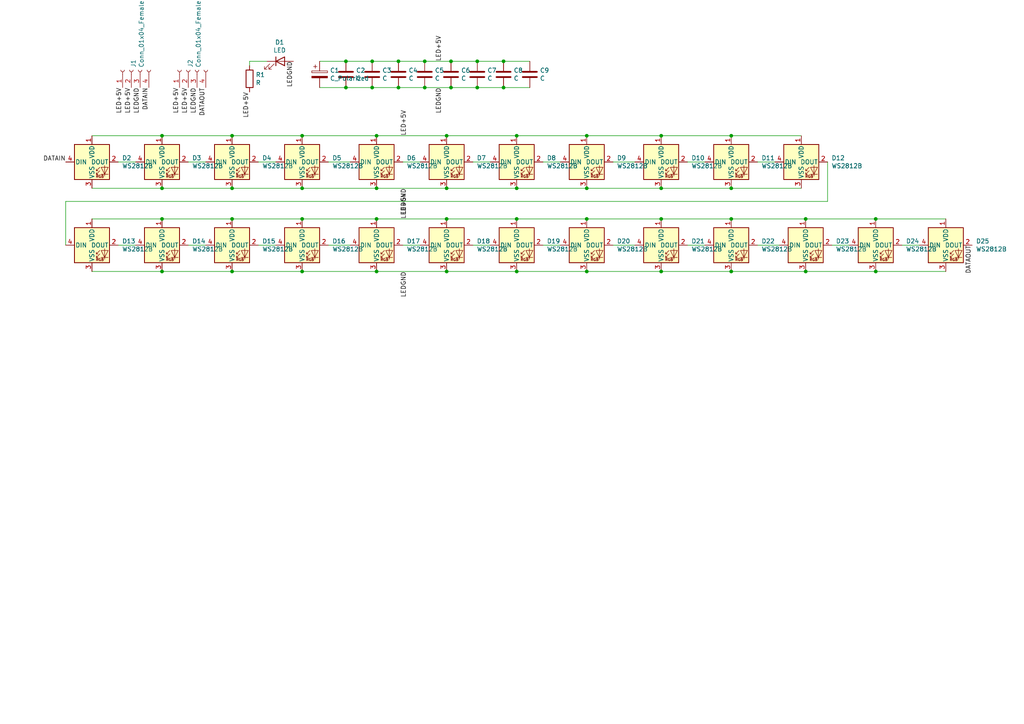
<source format=kicad_sch>
(kicad_sch (version 20211123) (generator eeschema)
  (paper "A4")
  (title_block (title "LDG WING FOLD PLACARD") (date "2023-02-10") (rev "3"))
  (lib_symbols
    (symbol "Connector:Conn_01x04_Female" (pin_names (offset 1.016) hide)
      (property "Reference" "J" (at 0 5.08 0))
      (property "Value" "Conn_01x04_Female" (at 0 -7.62 0))
      (symbol "Conn_01x04_Female_1_1"
        (arc (start 0 -4.572) (mid -0.508 -5.08) (end 0 -5.588) (stroke (width 0.1524)))
        (arc (start 0 -2.032) (mid -0.508 -2.54) (end 0 -3.048) (stroke (width 0.1524)))
        (polyline (pts (xy -1.27 -5.08) (xy -0.508 -5.08)) (stroke (width 0.1524)))
        (polyline (pts (xy -1.27 -2.54) (xy -0.508 -2.54)) (stroke (width 0.1524)))
        (polyline (pts (xy -1.27 0) (xy -0.508 0)) (stroke (width 0.1524)))
        (polyline (pts (xy -1.27 2.54) (xy -0.508 2.54)) (stroke (width 0.1524)))
        (arc (start 0 0.508) (mid -0.508 0) (end 0 -0.508) (stroke (width 0.1524)))
        (arc (start 0 3.048) (mid -0.508 2.54) (end 0 2.032) (stroke (width 0.1524)))
        (pin passive line (at -5.08 2.54 0) (length 3.81) (name "Pin_1") (number "1"))
        (pin passive line (at -5.08 0 0) (length 3.81) (name "Pin_2") (number "2"))
        (pin passive line (at -5.08 -2.54 0) (length 3.81) (name "Pin_3") (number "3"))
        (pin passive line (at -5.08 -5.08 0) (length 3.81) (name "Pin_4") (number "4"))
      )
    )
    (symbol "Device:C" (pin_numbers hide) (pin_names (offset 0.254))
      (property "Reference" "C" (at 0.635 2.54 0))
      (property "Value" "C" (at 0.635 -2.54 0))
      (symbol "C_0_1"
        (polyline (pts (xy -2.032 -0.762) (xy 2.032 -0.762)) (stroke (width 0.508)))
        (polyline (pts (xy -2.032 0.762) (xy 2.032 0.762)) (stroke (width 0.508)))
      )
      (symbol "C_1_1"
        (pin passive line (at 0 3.81 270) (length 2.794) (name "~") (number "1"))
        (pin passive line (at 0 -3.81 90) (length 2.794) (name "~") (number "2"))
      )
    )
    (symbol "Device:C_Polarized" (pin_numbers hide) (pin_names (offset 0.254))
      (property "Reference" "C" (at 0.635 2.54 0))
      (property "Value" "C_Polarized" (at 0.635 -2.54 0))
      (symbol "C_Polarized_0_1"
        (rectangle (start -2.286 0.508) (end 2.286 1.016))
        (polyline (pts (xy -1.778 2.286) (xy -0.762 2.286)))
        (polyline (pts (xy -1.27 2.794) (xy -1.27 1.778)))
        (rectangle (start 2.286 -0.508) (end -2.286 -1.016) (fill (type outline)))
      )
      (symbol "C_Polarized_1_1"
        (pin passive line (at 0 3.81 270) (length 2.794) (name "~") (number "1"))
        (pin passive line (at 0 -3.81 90) (length 2.794) (name "~") (number "2"))
      )
    )
    (symbol "Device:LED" (pin_numbers hide) (pin_names (offset 1.016) hide)
      (property "Reference" "D" (at 0 2.54 0))
      (property "Value" "LED" (at 0 -2.54 0))
      (symbol "LED_0_1"
        (polyline (pts (xy -1.27 -1.27) (xy -1.27 1.27)) (stroke (width 0.254)))
        (polyline (pts (xy -1.27 0) (xy 1.27 0)))
        (polyline (pts (xy 1.27 -1.27) (xy 1.27 1.27) (xy -1.27 0) (xy 1.27 -1.27)) (stroke (width 0.254)))
        (polyline (pts (xy -3.048 -0.762) (xy -4.572 -2.286) (xy -3.81 -2.286) (xy -4.572 -2.286) (xy -4.572 -1.524)))
        (polyline (pts (xy -1.778 -0.762) (xy -3.302 -2.286) (xy -2.54 -2.286) (xy -3.302 -2.286) (xy -3.302 -1.524)))
      )
      (symbol "LED_1_1"
        (pin passive line (at -3.81 0 0) (length 2.54) (name "K") (number "1"))
        (pin passive line (at 3.81 0 180) (length 2.54) (name "A") (number "2"))
      )
    )
    (symbol "Device:R" (pin_numbers hide) (pin_names (offset 0))
      (property "Reference" "R" (at 2.032 0 90))
      (property "Value" "R" (at 0 0 90))
      (symbol "R_0_1"
        (rectangle (start -1.016 -2.54) (end 1.016 2.54) (stroke (width 0.254)))
      )
      (symbol "R_1_1"
        (pin passive line (at 0 3.81 270) (length 1.27) (name "~") (number "1"))
        (pin passive line (at 0 -3.81 90) (length 1.27) (name "~") (number "2"))
      )
    )
    (symbol "LED:WS2812B" (pin_names (offset 0.254))
      (property "Reference" "D" (at 5.08 5.715 0))
      (property "Value" "WS2812B" (at 1.27 -5.715 0))
      (symbol "WS2812B_0_0"
        (text "RGB" (at 2.286 -4.191 0) (effects (font (size 0.762 0.762))))
      )
      (symbol "WS2812B_0_1"
        (polyline (pts (xy 1.27 -3.556) (xy 1.778 -3.556)))
        (polyline (pts (xy 1.27 -2.54) (xy 1.778 -2.54)))
        (polyline (pts (xy 4.699 -3.556) (xy 2.667 -3.556)))
        (polyline (pts (xy 2.286 -2.54) (xy 1.27 -3.556) (xy 1.27 -3.048)))
        (polyline (pts (xy 2.286 -1.524) (xy 1.27 -2.54) (xy 1.27 -2.032)))
        (polyline (pts (xy 3.683 -1.016) (xy 3.683 -3.556) (xy 3.683 -4.064)))
        (polyline (pts (xy 4.699 -1.524) (xy 2.667 -1.524) (xy 3.683 -3.556) (xy 4.699 -1.524)))
        (rectangle (start 5.08 5.08) (end -5.08 -5.08) (stroke (width 0.254)) (fill (type background)))
      )
      (symbol "WS2812B_1_1"
        (pin power_in line (at 0 7.62 270) (length 2.54) (name "VDD") (number "1"))
        (pin output line (at 7.62 0 180) (length 2.54) (name "DOUT") (number "2"))
        (pin power_in line (at 0 -7.62 90) (length 2.54) (name "VSS") (number "3"))
        (pin input line (at -7.62 0 0) (length 2.54) (name "DIN") (number "4"))
      )
    )
  )
  (junction (at 254 63.5))
  (junction (at 123.19 17.78))
  (junction (at 233.68 63.5))
  (junction (at 149.86 39.37))
  (junction (at 123.19 25.4))
  (junction (at 138.43 25.4))
  (junction (at 107.95 17.78))
  (junction (at 109.22 54.61))
  (junction (at 170.18 54.61))
  (junction (at 87.63 63.5))
  (junction (at 149.86 78.74))
  (junction (at 212.09 63.5))
  (junction (at 254 78.74))
  (junction (at 191.77 39.37))
  (junction (at 129.54 63.5))
  (junction (at 138.43 17.78))
  (junction (at 109.22 63.5))
  (junction (at 170.18 39.37))
  (junction (at 87.63 54.61))
  (junction (at 109.22 39.37))
  (junction (at 100.33 25.4))
  (junction (at 87.63 78.74))
  (junction (at 191.77 78.74))
  (junction (at 46.99 54.61))
  (junction (at 46.99 78.74))
  (junction (at 130.81 25.4))
  (junction (at 67.31 63.5))
  (junction (at 149.86 63.5))
  (junction (at 212.09 78.74))
  (junction (at 115.57 17.78))
  (junction (at 115.57 25.4))
  (junction (at 149.86 54.61))
  (junction (at 130.81 17.78))
  (junction (at 170.18 78.74))
  (junction (at 46.99 63.5))
  (junction (at 191.77 54.61))
  (junction (at 212.09 54.61))
  (junction (at 129.54 54.61))
  (junction (at 107.95 25.4))
  (junction (at 67.31 39.37))
  (junction (at 233.68 78.74))
  (junction (at 212.09 39.37))
  (junction (at 170.18 63.5))
  (junction (at 46.99 39.37))
  (junction (at 191.77 63.5))
  (junction (at 129.54 39.37))
  (junction (at 67.31 78.74))
  (junction (at 129.54 78.74))
  (junction (at 109.22 78.74))
  (junction (at 67.31 54.61))
  (junction (at 146.05 17.78))
  (junction (at 100.33 17.78))
  (junction (at 146.05 25.4))
  (junction (at 87.63 39.37))
  (wire (pts (xy 129.54 39.37) (xy 149.86 39.37)))
  (wire (pts (xy 123.19 25.4) (xy 115.57 25.4)))
  (wire (pts (xy 34.29 71.12) (xy 39.37 71.12)))
  (wire (pts (xy 26.67 63.5) (xy 46.99 63.5)))
  (wire (pts (xy 46.99 39.37) (xy 67.31 39.37)))
  (wire (pts (xy 146.05 25.4) (xy 138.43 25.4)))
  (wire (pts (xy 115.57 17.78) (xy 123.19 17.78)))
  (wire (pts (xy 109.22 78.74) (xy 87.63 78.74)))
  (wire (pts (xy 87.63 54.61) (xy 67.31 54.61)))
  (wire (pts (xy 130.81 17.78) (xy 138.43 17.78)))
  (wire (pts (xy 67.31 63.5) (xy 87.63 63.5)))
  (wire (pts (xy 157.48 71.12) (xy 162.56 71.12)))
  (wire (pts (xy 212.09 39.37) (xy 232.41 39.37)))
  (wire (pts (xy 46.99 63.5) (xy 67.31 63.5)))
  (wire (pts (xy 212.09 63.5) (xy 233.68 63.5)))
  (wire (pts (xy 212.09 78.74) (xy 191.77 78.74)))
  (wire (pts (xy 254 78.74) (xy 233.68 78.74)))
  (wire (pts (xy 26.67 39.37) (xy 46.99 39.37)))
  (wire (pts (xy 100.33 17.78) (xy 107.95 17.78)))
  (wire (pts (xy 115.57 25.4) (xy 107.95 25.4)))
  (wire (pts (xy 146.05 17.78) (xy 153.67 17.78)))
  (wire (pts (xy 240.03 46.99) (xy 240.03 58.42)))
  (wire (pts (xy 157.48 46.99) (xy 162.56 46.99)))
  (wire (pts (xy 170.18 54.61) (xy 149.86 54.61)))
  (wire (pts (xy 107.95 17.78) (xy 115.57 17.78)))
  (wire (pts (xy 129.54 78.74) (xy 109.22 78.74)))
  (wire (pts (xy 177.8 71.12) (xy 184.15 71.12)))
  (wire (pts (xy 107.95 25.4) (xy 100.33 25.4)))
  (wire (pts (xy 138.43 25.4) (xy 130.81 25.4)))
  (wire (pts (xy 199.39 71.12) (xy 204.47 71.12)))
  (wire (pts (xy 130.81 25.4) (xy 123.19 25.4)))
  (wire (pts (xy 233.68 63.5) (xy 254 63.5)))
  (wire (pts (xy 46.99 78.74) (xy 26.67 78.74)))
  (wire (pts (xy 153.67 25.4) (xy 146.05 25.4)))
  (wire (pts (xy 129.54 63.5) (xy 149.86 63.5)))
  (wire (pts (xy 129.54 54.61) (xy 109.22 54.61)))
  (wire (pts (xy 92.71 17.78) (xy 100.33 17.78)))
  (wire (pts (xy 54.61 46.99) (xy 59.69 46.99)))
  (wire (pts (xy 87.63 39.37) (xy 109.22 39.37)))
  (wire (pts (xy 123.19 17.78) (xy 130.81 17.78)))
  (wire (pts (xy 74.93 46.99) (xy 80.01 46.99)))
  (wire (pts (xy 137.16 71.12) (xy 142.24 71.12)))
  (wire (pts (xy 46.99 54.61) (xy 26.67 54.61)))
  (wire (pts (xy 77.47 17.78) (xy 72.39 17.78)))
  (wire (pts (xy 19.05 58.42) (xy 19.05 71.12)))
  (wire (pts (xy 170.18 63.5) (xy 191.77 63.5)))
  (wire (pts (xy 116.84 71.12) (xy 121.92 71.12)))
  (wire (pts (xy 74.93 71.12) (xy 80.01 71.12)))
  (wire (pts (xy 87.63 78.74) (xy 67.31 78.74)))
  (wire (pts (xy 149.86 54.61) (xy 129.54 54.61)))
  (wire (pts (xy 177.8 46.99) (xy 184.15 46.99)))
  (wire (pts (xy 149.86 39.37) (xy 170.18 39.37)))
  (wire (pts (xy 138.43 17.78) (xy 146.05 17.78)))
  (wire (pts (xy 191.77 39.37) (xy 212.09 39.37)))
  (wire (pts (xy 67.31 54.61) (xy 46.99 54.61)))
  (wire (pts (xy 137.16 46.99) (xy 142.24 46.99)))
  (wire (pts (xy 87.63 63.5) (xy 109.22 63.5)))
  (wire (pts (xy 261.62 71.12) (xy 266.7 71.12)))
  (wire (pts (xy 240.03 58.42) (xy 19.05 58.42)))
  (wire (pts (xy 254 63.5) (xy 274.32 63.5)))
  (wire (pts (xy 212.09 54.61) (xy 191.77 54.61)))
  (wire (pts (xy 149.86 63.5) (xy 170.18 63.5)))
  (wire (pts (xy 233.68 78.74) (xy 212.09 78.74)))
  (wire (pts (xy 100.33 25.4) (xy 92.71 25.4)))
  (wire (pts (xy 199.39 46.99) (xy 204.47 46.99)))
  (wire (pts (xy 109.22 39.37) (xy 129.54 39.37)))
  (wire (pts (xy 67.31 78.74) (xy 46.99 78.74)))
  (wire (pts (xy 274.32 78.74) (xy 254 78.74)))
  (wire (pts (xy 95.25 46.99) (xy 101.6 46.99)))
  (wire (pts (xy 67.31 39.37) (xy 87.63 39.37)))
  (wire (pts (xy 170.18 39.37) (xy 191.77 39.37)))
  (wire (pts (xy 232.41 54.61) (xy 212.09 54.61)))
  (wire (pts (xy 191.77 54.61) (xy 170.18 54.61)))
  (wire (pts (xy 34.29 46.99) (xy 39.37 46.99)))
  (wire (pts (xy 219.71 71.12) (xy 226.06 71.12)))
  (wire (pts (xy 191.77 78.74) (xy 170.18 78.74)))
  (wire (pts (xy 54.61 71.12) (xy 59.69 71.12)))
  (wire (pts (xy 72.39 17.78) (xy 72.39 19.05)))
  (wire (pts (xy 219.71 46.99) (xy 224.79 46.99)))
  (wire (pts (xy 170.18 78.74) (xy 149.86 78.74)))
  (wire (pts (xy 191.77 63.5) (xy 212.09 63.5)))
  (wire (pts (xy 95.25 71.12) (xy 101.6 71.12)))
  (wire (pts (xy 116.84 46.99) (xy 121.92 46.99)))
  (wire (pts (xy 149.86 78.74) (xy 129.54 78.74)))
  (wire (pts (xy 109.22 54.61) (xy 87.63 54.61)))
  (wire (pts (xy 241.3 71.12) (xy 246.38 71.12)))
  (wire (pts (xy 109.22 63.5) (xy 129.54 63.5)))
  (label "LEDGND" (at 118.11 54.61 270))
  (label "LED+5V" (at 35.56 25.4 270))
  (label "DATAIN" (at 19.05 46.99 180))
  (label "LED+5V" (at 38.1 25.4 270))
  (label "LEDGND" (at 118.11 78.74 270))
  (label "DATAOUT" (at 59.69 25.4 270))
  (label "LEDGND" (at 128.27 25.4 270))
  (label "LEDGND" (at 40.64 25.4 270))
  (label "DATAIN" (at 43.18 25.4 270))
  (label "DATAOUT" (at 281.94 71.12 270))
  (label "LED+5V" (at 118.11 63.5 90))
  (label "LEDGND" (at 57.15 25.4 270))
  (label "LED+5V" (at 128.27 17.78 90))
  (label "LED+5V" (at 72.39 26.67 270))
  (label "LEDGND" (at 85.09 17.78 270))
  (label "LED+5V" (at 118.11 39.37 90))
  (label "LED+5V" (at 52.07 25.4 270))
  (label "LED+5V" (at 54.61 25.4 270))
  (symbol (lib_id "Connector:Conn_01x04_Female") (at 38.1 20.32 90) (unit 1)
    (property "Reference" "J1" (at 38.7096 19.6088 0) (effects (justify left)))
    (property "Value" "Conn_01x04_Female" (at 41.021 19.6088 0) (effects (justify left)))
    (property "Footprint" "OH_Footprints:Molex_Mini-Fit_Jr_5566-04A_2x02_P4.20mm_Vertical" (effects hide))
  )
  (symbol (lib_id "Connector:Conn_01x04_Female") (at 54.61 20.32 90) (unit 1)
    (property "Reference" "J2" (at 55.2196 19.6088 0) (effects (justify left)))
    (property "Value" "Conn_01x04_Female" (at 57.531 19.6088 0) (effects (justify left)))
    (property "Footprint" "OH_Footprints:Molex_Mini-Fit_Jr_5566-04A_2x02_P4.20mm_Vertical" (effects hide))
  )
  (symbol (lib_id "Device:LED") (at 81.28 17.78 0) (unit 1)
    (property "Reference" "D1" (at 81.1022 12.2682 0))
    (property "Value" "LED" (at 81.1022 14.5796 0))
    (property "Footprint" "OH_Footprints:LED_D3.0mm" (effects hide))
  )
  (symbol (lib_id "Device:C_Polarized") (at 92.71 21.59 0) (unit 1)
    (property "Reference" "C1" (at 95.7072 20.4216 0) (effects (justify left)))
    (property "Value" "C_Polarized" (at 95.7072 22.733 0) (effects (justify left)))
    (property "Footprint" "OH_Footprints:CP_Elec_8x10" (effects hide))
  )
  (symbol (lib_id "Device:C") (at 100.33 21.59 0) (unit 1)
    (property "Reference" "C2" (at 103.251 20.4216 0) (effects (justify left)))
    (property "Value" "C" (at 103.251 22.733 0) (effects (justify left)))
    (property "Footprint" "OH_Footprints:C_0603_1608Metric" (effects hide))
  )
  (symbol (lib_id "Device:C") (at 107.95 21.59 0) (unit 1)
    (property "Reference" "C3" (at 110.871 20.4216 0) (effects (justify left)))
    (property "Value" "C" (at 110.871 22.733 0) (effects (justify left)))
    (property "Footprint" "OH_Footprints:C_0603_1608Metric" (effects hide))
  )
  (symbol (lib_id "Device:C") (at 115.57 21.59 0) (unit 1)
    (property "Reference" "C4" (at 118.491 20.4216 0) (effects (justify left)))
    (property "Value" "C" (at 118.491 22.733 0) (effects (justify left)))
    (property "Footprint" "OH_Footprints:C_0603_1608Metric" (effects hide))
  )
  (symbol (lib_id "Device:C") (at 123.19 21.59 0) (unit 1)
    (property "Reference" "C5" (at 126.111 20.4216 0) (effects (justify left)))
    (property "Value" "C" (at 126.111 22.733 0) (effects (justify left)))
    (property "Footprint" "OH_Footprints:C_0603_1608Metric" (effects hide))
  )
  (symbol (lib_id "Device:C") (at 130.81 21.59 0) (unit 1)
    (property "Reference" "C6" (at 133.731 20.4216 0) (effects (justify left)))
    (property "Value" "C" (at 133.731 22.733 0) (effects (justify left)))
    (property "Footprint" "OH_Footprints:C_0603_1608Metric" (effects hide))
  )
  (symbol (lib_id "Device:C") (at 138.43 21.59 0) (unit 1)
    (property "Reference" "C7" (at 141.351 20.4216 0) (effects (justify left)))
    (property "Value" "C" (at 141.351 22.733 0) (effects (justify left)))
    (property "Footprint" "OH_Footprints:C_0603_1608Metric" (effects hide))
  )
  (symbol (lib_id "Device:C") (at 146.05 21.59 0) (unit 1)
    (property "Reference" "C8" (at 148.971 20.4216 0) (effects (justify left)))
    (property "Value" "C" (at 148.971 22.733 0) (effects (justify left)))
    (property "Footprint" "OH_Footprints:C_0603_1608Metric" (effects hide))
  )
  (symbol (lib_id "Device:C") (at 153.67 21.59 0) (unit 1)
    (property "Reference" "C9" (at 156.591 20.4216 0) (effects (justify left)))
    (property "Value" "C" (at 156.591 22.733 0) (effects (justify left)))
    (property "Footprint" "OH_Footprints:C_0603_1608Metric" (effects hide))
  )
  (symbol (lib_id "Device:R") (at 72.39 22.86 0) (unit 1)
    (property "Reference" "R1" (at 74.168 21.6916 0) (effects (justify left)))
    (property "Value" "R" (at 74.168 24.003 0) (effects (justify left)))
    (property "Footprint" "OH_Footprints:R_0603_1608Metric" (effects hide))
  )
  (symbol (lib_id "LED:WS2812B") (at 26.67 46.99 0) (unit 1)
    (property "Reference" "D2" (at 35.4076 45.8216 0) (effects (justify left)))
    (property "Value" "WS2812B" (at 35.4076 48.133 0) (effects (justify left)))
    (property "Footprint" "OH_Footprints:LED_WS2812B_PLCC4_5.0x5.0mm_P3.2mm" (effects hide))
    (property "Datasheet" "https://cdn-shop.adafruit.com/datasheets/WS2812B.pdf" (effects hide))
  )
  (symbol (lib_id "LED:WS2812B") (at 46.99 46.99 0) (unit 1)
    (property "Reference" "D3" (at 55.7276 45.8216 0) (effects (justify left)))
    (property "Value" "WS2812B" (at 55.7276 48.133 0) (effects (justify left)))
    (property "Footprint" "OH_Footprints:LED_WS2812B_PLCC4_5.0x5.0mm_P3.2mm" (effects hide))
    (property "Datasheet" "https://cdn-shop.adafruit.com/datasheets/WS2812B.pdf" (effects hide))
  )
  (symbol (lib_id "LED:WS2812B") (at 67.31 46.99 0) (unit 1)
    (property "Reference" "D4" (at 76.0476 45.8216 0) (effects (justify left)))
    (property "Value" "WS2812B" (at 76.0476 48.133 0) (effects (justify left)))
    (property "Footprint" "OH_Footprints:LED_WS2812B_PLCC4_5.0x5.0mm_P3.2mm" (effects hide))
    (property "Datasheet" "https://cdn-shop.adafruit.com/datasheets/WS2812B.pdf" (effects hide))
  )
  (symbol (lib_id "LED:WS2812B") (at 87.63 46.99 0) (unit 1)
    (property "Reference" "D5" (at 96.3676 45.8216 0) (effects (justify left)))
    (property "Value" "WS2812B" (at 96.3676 48.133 0) (effects (justify left)))
    (property "Footprint" "OH_Footprints:LED_WS2812B_PLCC4_5.0x5.0mm_P3.2mm" (effects hide))
    (property "Datasheet" "https://cdn-shop.adafruit.com/datasheets/WS2812B.pdf" (effects hide))
  )
  (symbol (lib_id "LED:WS2812B") (at 109.22 46.99 0) (unit 1)
    (property "Reference" "D6" (at 117.9576 45.8216 0) (effects (justify left)))
    (property "Value" "WS2812B" (at 117.9576 48.133 0) (effects (justify left)))
    (property "Footprint" "OH_Footprints:LED_WS2812B_PLCC4_5.0x5.0mm_P3.2mm" (effects hide))
    (property "Datasheet" "https://cdn-shop.adafruit.com/datasheets/WS2812B.pdf" (effects hide))
  )
  (symbol (lib_id "LED:WS2812B") (at 129.54 46.99 0) (unit 1)
    (property "Reference" "D7" (at 138.2776 45.8216 0) (effects (justify left)))
    (property "Value" "WS2812B" (at 138.2776 48.133 0) (effects (justify left)))
    (property "Footprint" "OH_Footprints:LED_WS2812B_PLCC4_5.0x5.0mm_P3.2mm" (effects hide))
    (property "Datasheet" "https://cdn-shop.adafruit.com/datasheets/WS2812B.pdf" (effects hide))
  )
  (symbol (lib_id "LED:WS2812B") (at 149.86 46.99 0) (unit 1)
    (property "Reference" "D8" (at 158.5976 45.8216 0) (effects (justify left)))
    (property "Value" "WS2812B" (at 158.5976 48.133 0) (effects (justify left)))
    (property "Footprint" "OH_Footprints:LED_WS2812B_PLCC4_5.0x5.0mm_P3.2mm" (effects hide))
    (property "Datasheet" "https://cdn-shop.adafruit.com/datasheets/WS2812B.pdf" (effects hide))
  )
  (symbol (lib_id "LED:WS2812B") (at 170.18 46.99 0) (unit 1)
    (property "Reference" "D9" (at 178.9176 45.8216 0) (effects (justify left)))
    (property "Value" "WS2812B" (at 178.9176 48.133 0) (effects (justify left)))
    (property "Footprint" "OH_Footprints:LED_WS2812B_PLCC4_5.0x5.0mm_P3.2mm" (effects hide))
    (property "Datasheet" "https://cdn-shop.adafruit.com/datasheets/WS2812B.pdf" (effects hide))
  )
  (symbol (lib_id "LED:WS2812B") (at 191.77 46.99 0) (unit 1)
    (property "Reference" "D10" (at 200.5076 45.8216 0) (effects (justify left)))
    (property "Value" "WS2812B" (at 200.5076 48.133 0) (effects (justify left)))
    (property "Footprint" "OH_Footprints:LED_WS2812B_PLCC4_5.0x5.0mm_P3.2mm" (effects hide))
    (property "Datasheet" "https://cdn-shop.adafruit.com/datasheets/WS2812B.pdf" (effects hide))
  )
  (symbol (lib_id "LED:WS2812B") (at 212.09 46.99 0) (unit 1)
    (property "Reference" "D11" (at 220.8276 45.8216 0) (effects (justify left)))
    (property "Value" "WS2812B" (at 220.8276 48.133 0) (effects (justify left)))
    (property "Footprint" "OH_Footprints:LED_WS2812B_PLCC4_5.0x5.0mm_P3.2mm" (effects hide))
    (property "Datasheet" "https://cdn-shop.adafruit.com/datasheets/WS2812B.pdf" (effects hide))
  )
  (symbol (lib_id "LED:WS2812B") (at 232.41 46.99 0) (unit 1)
    (property "Reference" "D12" (at 241.1476 45.8216 0) (effects (justify left)))
    (property "Value" "WS2812B" (at 241.1476 48.133 0) (effects (justify left)))
    (property "Footprint" "OH_Footprints:LED_WS2812B_PLCC4_5.0x5.0mm_P3.2mm" (effects hide))
    (property "Datasheet" "https://cdn-shop.adafruit.com/datasheets/WS2812B.pdf" (effects hide))
  )
  (symbol (lib_id "LED:WS2812B") (at 26.67 71.12 0) (unit 1)
    (property "Reference" "D13" (at 35.4076 69.9516 0) (effects (justify left)))
    (property "Value" "WS2812B" (at 35.4076 72.263 0) (effects (justify left)))
    (property "Footprint" "OH_Footprints:LED_WS2812B_PLCC4_5.0x5.0mm_P3.2mm" (effects hide))
    (property "Datasheet" "https://cdn-shop.adafruit.com/datasheets/WS2812B.pdf" (effects hide))
  )
  (symbol (lib_id "LED:WS2812B") (at 46.99 71.12 0) (unit 1)
    (property "Reference" "D14" (at 55.7276 69.9516 0) (effects (justify left)))
    (property "Value" "WS2812B" (at 55.7276 72.263 0) (effects (justify left)))
    (property "Footprint" "OH_Footprints:LED_WS2812B_PLCC4_5.0x5.0mm_P3.2mm" (effects hide))
    (property "Datasheet" "https://cdn-shop.adafruit.com/datasheets/WS2812B.pdf" (effects hide))
  )
  (symbol (lib_id "LED:WS2812B") (at 67.31 71.12 0) (unit 1)
    (property "Reference" "D15" (at 76.0476 69.9516 0) (effects (justify left)))
    (property "Value" "WS2812B" (at 76.0476 72.263 0) (effects (justify left)))
    (property "Footprint" "OH_Footprints:LED_WS2812B_PLCC4_5.0x5.0mm_P3.2mm" (effects hide))
    (property "Datasheet" "https://cdn-shop.adafruit.com/datasheets/WS2812B.pdf" (effects hide))
  )
  (symbol (lib_id "LED:WS2812B") (at 87.63 71.12 0) (unit 1)
    (property "Reference" "D16" (at 96.3676 69.9516 0) (effects (justify left)))
    (property "Value" "WS2812B" (at 96.3676 72.263 0) (effects (justify left)))
    (property "Footprint" "OH_Footprints:LED_WS2812B_PLCC4_5.0x5.0mm_P3.2mm" (effects hide))
    (property "Datasheet" "https://cdn-shop.adafruit.com/datasheets/WS2812B.pdf" (effects hide))
  )
  (symbol (lib_id "LED:WS2812B") (at 109.22 71.12 0) (unit 1)
    (property "Reference" "D17" (at 117.9576 69.9516 0) (effects (justify left)))
    (property "Value" "WS2812B" (at 117.9576 72.263 0) (effects (justify left)))
    (property "Footprint" "OH_Footprints:LED_WS2812B_PLCC4_5.0x5.0mm_P3.2mm" (effects hide))
    (property "Datasheet" "https://cdn-shop.adafruit.com/datasheets/WS2812B.pdf" (effects hide))
  )
  (symbol (lib_id "LED:WS2812B") (at 129.54 71.12 0) (unit 1)
    (property "Reference" "D18" (at 138.2776 69.9516 0) (effects (justify left)))
    (property "Value" "WS2812B" (at 138.2776 72.263 0) (effects (justify left)))
    (property "Footprint" "OH_Footprints:LED_WS2812B_PLCC4_5.0x5.0mm_P3.2mm" (effects hide))
    (property "Datasheet" "https://cdn-shop.adafruit.com/datasheets/WS2812B.pdf" (effects hide))
  )
  (symbol (lib_id "LED:WS2812B") (at 149.86 71.12 0) (unit 1)
    (property "Reference" "D19" (at 158.5976 69.9516 0) (effects (justify left)))
    (property "Value" "WS2812B" (at 158.5976 72.263 0) (effects (justify left)))
    (property "Footprint" "OH_Footprints:LED_WS2812B_PLCC4_5.0x5.0mm_P3.2mm" (effects hide))
    (property "Datasheet" "https://cdn-shop.adafruit.com/datasheets/WS2812B.pdf" (effects hide))
  )
  (symbol (lib_id "LED:WS2812B") (at 170.18 71.12 0) (unit 1)
    (property "Reference" "D20" (at 178.9176 69.9516 0) (effects (justify left)))
    (property "Value" "WS2812B" (at 178.9176 72.263 0) (effects (justify left)))
    (property "Footprint" "OH_Footprints:LED_WS2812B_PLCC4_5.0x5.0mm_P3.2mm" (effects hide))
    (property "Datasheet" "https://cdn-shop.adafruit.com/datasheets/WS2812B.pdf" (effects hide))
  )
  (symbol (lib_id "LED:WS2812B") (at 191.77 71.12 0) (unit 1)
    (property "Reference" "D21" (at 200.5076 69.9516 0) (effects (justify left)))
    (property "Value" "WS2812B" (at 200.5076 72.263 0) (effects (justify left)))
    (property "Footprint" "OH_Footprints:LED_WS2812B_PLCC4_5.0x5.0mm_P3.2mm" (effects hide))
    (property "Datasheet" "https://cdn-shop.adafruit.com/datasheets/WS2812B.pdf" (effects hide))
  )
  (symbol (lib_id "LED:WS2812B") (at 212.09 71.12 0) (unit 1)
    (property "Reference" "D22" (at 220.8276 69.9516 0) (effects (justify left)))
    (property "Value" "WS2812B" (at 220.8276 72.263 0) (effects (justify left)))
    (property "Footprint" "OH_Footprints:LED_WS2812B_PLCC4_5.0x5.0mm_P3.2mm" (effects hide))
    (property "Datasheet" "https://cdn-shop.adafruit.com/datasheets/WS2812B.pdf" (effects hide))
  )
  (symbol (lib_id "LED:WS2812B") (at 274.32 71.12 0) (unit 1)
    (property "Reference" "D25" (at 283.0576 69.9516 0) (effects (justify left)))
    (property "Value" "WS2812B" (at 283.0576 72.263 0) (effects (justify left)))
    (property "Footprint" "OH_Footprints:LED_WS2812B_PLCC4_5.0x5.0mm_P3.2mm" (effects hide))
    (property "Datasheet" "https://cdn-shop.adafruit.com/datasheets/WS2812B.pdf" (effects hide))
  )
  (symbol (lib_id "LED:WS2812B") (at 233.68 71.12 0) (unit 1)
    (property "Reference" "D23" (at 242.4176 69.9516 0) (effects (justify left)))
    (property "Value" "WS2812B" (at 242.4176 72.263 0) (effects (justify left)))
    (property "Footprint" "OH_Footprints:LED_WS2812B_PLCC4_5.0x5.0mm_P3.2mm" (effects hide))
    (property "Datasheet" "https://cdn-shop.adafruit.com/datasheets/WS2812B.pdf" (effects hide))
  )
  (symbol (lib_id "LED:WS2812B") (at 254 71.12 0) (unit 1)
    (property "Reference" "D24" (at 262.7376 69.9516 0) (effects (justify left)))
    (property "Value" "WS2812B" (at 262.7376 72.263 0) (effects (justify left)))
    (property "Footprint" "OH_Footprints:LED_WS2812B_PLCC4_5.0x5.0mm_P3.2mm" (effects hide))
    (property "Datasheet" "https://cdn-shop.adafruit.com/datasheets/WS2812B.pdf" (effects hide))
  )
)
</source>
